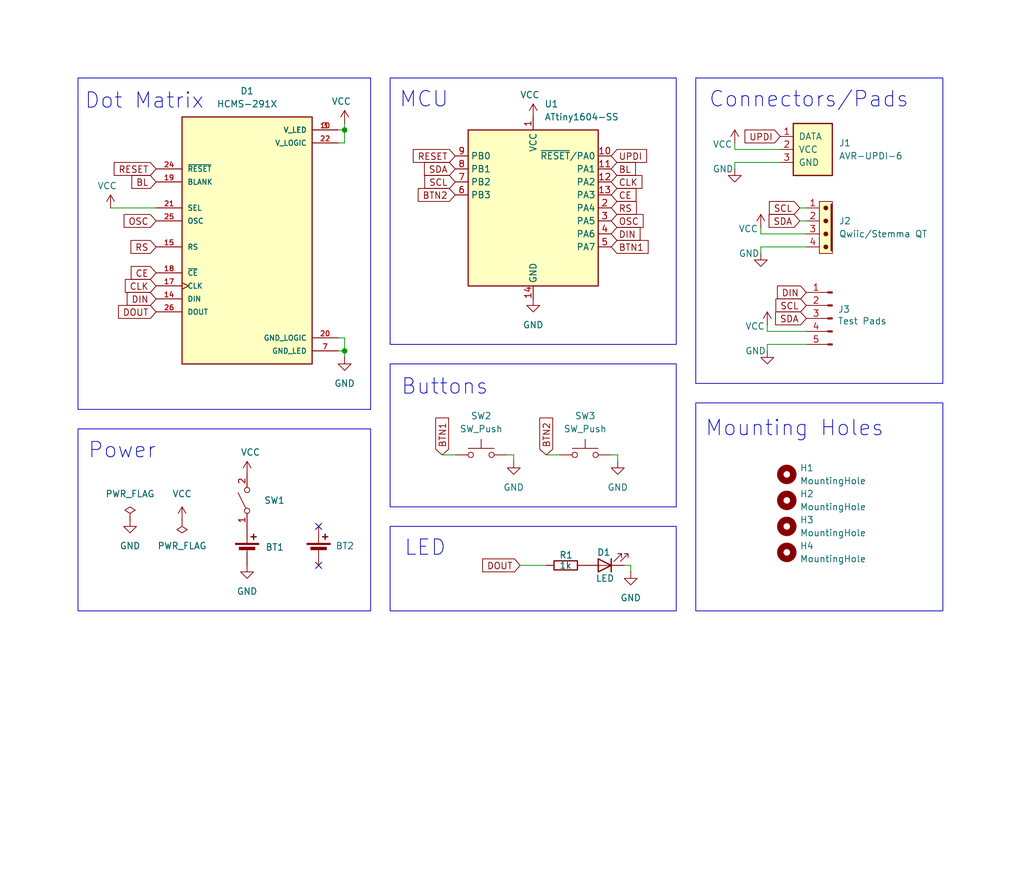
<source format=kicad_sch>
(kicad_sch (version 20231120) (generator "eeschema") (generator_version "8.0")
  (paper "User" 200 170)
  (title_block (title "Dot Matrix Badge"))
  (lib_symbols
    (symbol "Connector:Conn_01x05_Pin" (pin_names (offset 1.016) hide)
      (property "Reference" "J" (at 0 7.62 0))
      (property "Value" "Conn_01x05_Pin" (at 0 -7.62 0))
      (symbol "Conn_01x05_Pin_1_1"
        (polyline (pts (xy 1.27 -5.08) (xy 0.8636 -5.08)) (stroke (width 0.1524)))
        (polyline (pts (xy 1.27 -2.54) (xy 0.8636 -2.54)) (stroke (width 0.1524)))
        (polyline (pts (xy 1.27 0) (xy 0.8636 0)) (stroke (width 0.1524)))
        (polyline (pts (xy 1.27 2.54) (xy 0.8636 2.54)) (stroke (width 0.1524)))
        (polyline (pts (xy 1.27 5.08) (xy 0.8636 5.08)) (stroke (width 0.1524)))
        (rectangle (start 0.8636 -4.953) (end 0 -5.207) (stroke (width 0.1524)) (fill (type outline)))
        (rectangle (start 0.8636 -2.413) (end 0 -2.667) (stroke (width 0.1524)) (fill (type outline)))
        (rectangle (start 0.8636 0.127) (end 0 -0.127) (stroke (width 0.1524)) (fill (type outline)))
        (rectangle (start 0.8636 2.667) (end 0 2.413) (stroke (width 0.1524)) (fill (type outline)))
        (rectangle (start 0.8636 5.207) (end 0 4.953) (stroke (width 0.1524)) (fill (type outline)))
        (pin passive line (at 5.08 5.08 180) (length 3.81) (name "Pin_1") (number "1"))
        (pin passive line (at 5.08 2.54 180) (length 3.81) (name "Pin_2") (number "2"))
        (pin passive line (at 5.08 0 180) (length 3.81) (name "Pin_3") (number "3"))
        (pin passive line (at 5.08 -2.54 180) (length 3.81) (name "Pin_4") (number "4"))
        (pin passive line (at 5.08 -5.08 180) (length 3.81) (name "Pin_5") (number "5"))
      )
    )
    (symbol "Device:Battery_Cell" (pin_numbers hide) (pin_names (offset 0) hide)
      (property "Reference" "BT" (at 2.54 2.54 0))
      (property "Value" "Battery_Cell" (at 2.54 0 0))
      (symbol "Battery_Cell_0_1"
        (rectangle (start -2.286 1.778) (end 2.286 1.524) (fill (type outline)))
        (rectangle (start -1.524 1.016) (end 1.524 0.508) (fill (type outline)))
        (polyline (pts (xy 0 0.762) (xy 0 0)))
        (polyline (pts (xy 0 1.778) (xy 0 2.54)))
        (polyline (pts (xy 0.762 3.048) (xy 1.778 3.048)) (stroke (width 0.254)))
        (polyline (pts (xy 1.27 3.556) (xy 1.27 2.54)) (stroke (width 0.254)))
      )
      (symbol "Battery_Cell_1_1"
        (pin passive line (at 0 5.08 270) (length 2.54) (name "+") (number "1"))
        (pin passive line (at 0 -2.54 90) (length 2.54) (name "-") (number "2"))
      )
    )
    (symbol "Device:LED" (pin_numbers hide) (pin_names (offset 1.016) hide)
      (property "Reference" "D" (at 0 2.54 0))
      (property "Value" "LED" (at 0 -2.54 0))
      (symbol "LED_0_1"
        (polyline (pts (xy -1.27 -1.27) (xy -1.27 1.27)) (stroke (width 0.254)))
        (polyline (pts (xy -1.27 0) (xy 1.27 0)))
        (polyline (pts (xy 1.27 -1.27) (xy 1.27 1.27) (xy -1.27 0) (xy 1.27 -1.27)) (stroke (width 0.254)))
        (polyline (pts (xy -3.048 -0.762) (xy -4.572 -2.286) (xy -3.81 -2.286) (xy -4.572 -2.286) (xy -4.572 -1.524)))
        (polyline (pts (xy -1.778 -0.762) (xy -3.302 -2.286) (xy -2.54 -2.286) (xy -3.302 -2.286) (xy -3.302 -1.524)))
      )
      (symbol "LED_1_1"
        (pin passive line (at -3.81 0 0) (length 2.54) (name "K") (number "1"))
        (pin passive line (at 3.81 0 180) (length 2.54) (name "A") (number "2"))
      )
    )
    (symbol "DotMatrixBadge:AVR-UPDI-3" (pin_names (offset 1.016))
      (property "Reference" "J" (at 4.572 -3.302 0))
      (property "Value" "AVR-UPDI-3" (at -6.35 6.35 0))
      (symbol "AVR-UPDI-3_0_1"
        (rectangle (start -3.81 5.08) (end 3.81 -5.08) (stroke (width 0.254)) (fill (type background)))
      )
      (symbol "AVR-UPDI-3_1_1"
        (pin passive line (at -6.35 2.54 0) (length 2.54) (name "DATA") (number "1"))
        (pin passive line (at -6.35 0 0) (length 2.54) (name "VCC") (number "2"))
        (pin passive line (at -6.35 -2.54 0) (length 2.54) (name "GND") (number "3"))
      )
    )
    (symbol "DotMatrixBadge:HCMS-291X" (pin_names (offset 1.016))
      (property "Reference" "D" (at -12.7 24.13 0))
      (property "Value" "HCMS-291X" (at -12.7 -26.67 0))
      (symbol "HCMS-291X_0_0"
        (rectangle (start -12.7 -25.4) (end 12.7 22.86) (stroke (width 0.254)) (fill (type background)))
        (pin power_in line (at 17.78 20.32 180) (length 5.08) (name "V_LED") (number "10"))
        (pin input line (at -17.78 -12.7 0) (length 5.08) (name "DIN") (number "14"))
        (pin input line (at -17.78 -2.54 0) (length 5.08) (name "RS") (number "15"))
        (pin input clock (at -17.78 -10.16 0) (length 5.08) (name "CLK") (number "17"))
        (pin input line (at -17.78 -7.62 0) (length 5.08) (name "~{CE}") (number "18"))
        (pin input line (at -17.78 10.16 0) (length 5.08) (name "BLANK") (number "19"))
        (pin power_in line (at 17.78 -20.32 180) (length 5.08) (name "GND_LOGIC") (number "20"))
        (pin input line (at -17.78 5.08 0) (length 5.08) (name "SEL") (number "21"))
        (pin power_in line (at 17.78 17.78 180) (length 5.08) (name "V_LOGIC") (number "22"))
        (pin input line (at -17.78 12.7 0) (length 5.08) (name "~{RESET}") (number "24"))
        (pin input line (at -17.78 2.54 0) (length 5.08) (name "OSC") (number "25"))
        (pin output line (at -17.78 -15.24 0) (length 5.08) (name "DOUT") (number "26"))
        (pin power_in line (at 17.78 20.32 180) (length 5.08) (name "V_LED") (number "3"))
        (pin power_in line (at 17.78 -22.86 180) (length 5.08) (name "GND_LED") (number "7"))
      )
    )
    (symbol "MCU_Microchip_ATtiny:ATtiny1604-SS"
      (property "Reference" "U" (at -12.7 16.51 0))
      (property "Value" "ATtiny1604-SS" (at 2.54 -16.51 0))
      (symbol "ATtiny1604-SS_0_1"
        (rectangle (start -12.7 -15.24) (end 12.7 15.24) (stroke (width 0.254)) (fill (type background)))
      )
      (symbol "ATtiny1604-SS_1_1"
        (pin power_in line (at 0 17.78 270) (length 2.54) (name "VCC") (number "1"))
        (pin bidirectional line (at 15.24 10.16 180) (length 2.54) (name "~{RESET}/PA0") (number "10"))
        (pin bidirectional line (at 15.24 7.62 180) (length 2.54) (name "PA1") (number "11"))
        (pin bidirectional line (at 15.24 5.08 180) (length 2.54) (name "PA2") (number "12"))
        (pin bidirectional line (at 15.24 2.54 180) (length 2.54) (name "PA3") (number "13"))
        (pin power_in line (at 0 -17.78 90) (length 2.54) (name "GND") (number "14"))
        (pin bidirectional line (at 15.24 0 180) (length 2.54) (name "PA4") (number "2"))
        (pin bidirectional line (at 15.24 -2.54 180) (length 2.54) (name "PA5") (number "3"))
        (pin bidirectional line (at 15.24 -5.08 180) (length 2.54) (name "PA6") (number "4"))
        (pin bidirectional line (at 15.24 -7.62 180) (length 2.54) (name "PA7") (number "5"))
        (pin bidirectional line (at -15.24 2.54 0) (length 2.54) (name "PB3") (number "6"))
        (pin bidirectional line (at -15.24 5.08 0) (length 2.54) (name "PB2") (number "7"))
        (pin bidirectional line (at -15.24 7.62 0) (length 2.54) (name "PB1") (number "8"))
        (pin bidirectional line (at -15.24 10.16 0) (length 2.54) (name "PB0") (number "9"))
      )
    )
    (symbol "Mechanical:MountingHole" (pin_names (offset 1.016)) (exclude_from_sim yes) (in_bom no)
      (property "Reference" "H" (at 0 5.08 0))
      (property "Value" "MountingHole" (at 0 3.175 0))
      (symbol "MountingHole_0_1"
        (circle (center 0 0) (radius 1.27) (stroke (width 1.27)))
      )
    )
    (symbol "PCM_SL_Connectors:JST_04"
      (property "Reference" "J2" (at 2.54 1.5241 0))
      (property "Value" "JST_04" (at 2.54 -1.0159 0))
      (symbol "JST_04_0_1"
        (rectangle (start -1.27 5.08) (end 1.27 -5.08) (fill (type background)))
        (circle (center 0 -3.81) (radius 0.381) (fill (type outline)))
        (circle (center 0 -1.27) (radius 0.381) (fill (type outline)))
        (circle (center 0 1.27) (radius 0.381) (fill (type outline)))
        (circle (center 0 3.81) (radius 0.381) (fill (type outline)))
        (rectangle (start 1.016 4.572) (end 1.27 -4.572) (fill (type outline)))
      )
      (symbol "JST_04_1_1"
        (pin passive line (at -3.81 3.81 0) (length 2.54) (name "") (number "1"))
        (pin passive line (at -3.81 1.27 0) (length 2.54) (name "") (number "2"))
        (pin passive line (at -3.81 -1.27 0) (length 2.54) (name "") (number "3"))
        (pin passive line (at -3.81 -3.81 0) (length 2.54) (name "") (number "4"))
      )
    )
    (symbol "PCM_SL_Resistors:Resistor"
      (property "Reference" "R" (at 0 5.08 0))
      (property "Value" "Resistor" (at 0 2.54 0))
      (symbol "Resistor_0_1"
        (rectangle (start -2.286 0.889) (end 2.286 -0.889) (stroke (width 0.24)))
      )
      (symbol "Resistor_1_1"
        (pin passive line (at -3.81 0 0) (length 1.5) (name "") (number "1"))
        (pin passive line (at 3.81 0 180) (length 1.5) (name "~") (number "2"))
      )
    )
    (symbol "Switch:SW_Push" (pin_numbers hide) (pin_names (offset 1.016) hide)
      (property "Reference" "SW" (at 1.27 2.54 0))
      (property "Value" "SW_Push" (at 0 -1.524 0))
      (symbol "SW_Push_0_1"
        (circle (center -2.032 0) (radius 0.508))
        (polyline (pts (xy 0 1.27) (xy 0 3.048)))
        (polyline (pts (xy 2.54 1.27) (xy -2.54 1.27)))
        (circle (center 2.032 0) (radius 0.508))
        (pin passive line (at -5.08 0 0) (length 2.54) (name "1") (number "1"))
        (pin passive line (at 5.08 0 180) (length 2.54) (name "2") (number "2"))
      )
    )
    (symbol "Switch:SW_SPST" (pin_names (offset 0) hide)
      (property "Reference" "SW" (at 0 3.175 0))
      (property "Value" "SW_SPST" (at 0 -2.54 0))
      (symbol "SW_SPST_0_0"
        (circle (center -2.032 0) (radius 0.508))
        (polyline (pts (xy -1.524 0.254) (xy 1.524 1.778)))
        (circle (center 2.032 0) (radius 0.508))
      )
      (symbol "SW_SPST_1_1"
        (pin passive line (at -5.08 0 0) (length 2.54) (name "A") (number "1"))
        (pin passive line (at 5.08 0 180) (length 2.54) (name "B") (number "2"))
      )
    )
    (symbol "power:+3V3" (power) (pin_numbers hide) (pin_names (offset 0) hide)
      (property "Value" "+3V3" (at 0 3.556 0))
      (symbol "+3V3_0_1"
        (polyline (pts (xy -0.762 1.27) (xy 0 2.54)))
        (polyline (pts (xy 0 0) (xy 0 2.54)))
        (polyline (pts (xy 0 2.54) (xy 0.762 1.27)))
      )
      (symbol "+3V3_1_1"
        (pin power_in line (at 0 0 90) (length 0) (name "~") (number "1"))
      )
    )
    (symbol "power:GND" (power) (pin_numbers hide) (pin_names (offset 0) hide)
      (property "Value" "GND" (at 0 -3.81 0))
      (symbol "GND_0_1"
        (polyline (pts (xy 0 0) (xy 0 -1.27) (xy 1.27 -1.27) (xy 0 -2.54) (xy -1.27 -1.27) (xy 0 -1.27)))
      )
      (symbol "GND_1_1"
        (pin power_in line (at 0 0 270) (length 0) (name "~") (number "1"))
      )
    )
    (symbol "power:PWR_FLAG" (power) (pin_numbers hide) (pin_names (offset 0) hide)
      (property "Value" "PWR_FLAG" (at 0 3.81 0))
      (symbol "PWR_FLAG_0_0"
        (pin power_out line (at 0 0 90) (length 0) (name "~") (number "1"))
      )
      (symbol "PWR_FLAG_0_1"
        (polyline (pts (xy 0 0) (xy 0 1.27) (xy -1.016 1.905) (xy 0 2.54) (xy 1.016 1.905) (xy 0 1.27)))
      )
    )
  )
  (junction (at 67.31 68.58))
  (junction (at 67.31 25.4))
  (no_connect (at 62.23 102.87))
  (no_connect (at 62.23 110.49))
  (wire (pts (xy 100.33 88.9) (xy 99.06 88.9)))
  (wire (pts (xy 157.48 48.26) (xy 148.59 48.26)))
  (wire (pts (xy 67.31 68.58) (xy 66.04 68.58)))
  (wire (pts (xy 100.33 90.17) (xy 100.33 88.9)))
  (wire (pts (xy 143.51 29.21) (xy 152.4 29.21)))
  (wire (pts (xy 67.31 66.04) (xy 66.04 66.04)))
  (wire (pts (xy 21.59 40.64) (xy 30.48 40.64)))
  (wire (pts (xy 67.31 24.13) (xy 67.31 25.4)))
  (wire (pts (xy 148.59 45.72) (xy 148.59 44.45)))
  (wire (pts (xy 143.51 27.94) (xy 143.51 29.21)))
  (wire (pts (xy 120.65 88.9) (xy 120.65 90.17)))
  (wire (pts (xy 152.4 31.75) (xy 143.51 31.75)))
  (wire (pts (xy 149.86 63.5) (xy 149.86 64.77)))
  (wire (pts (xy 157.48 45.72) (xy 148.59 45.72)))
  (wire (pts (xy 149.86 64.77) (xy 157.48 64.77)))
  (wire (pts (xy 86.36 88.9) (xy 88.9 88.9)))
  (wire (pts (xy 66.04 25.4) (xy 67.31 25.4)))
  (wire (pts (xy 101.6 110.49) (xy 106.68 110.49)))
  (wire (pts (xy 67.31 27.94) (xy 66.04 27.94)))
  (wire (pts (xy 106.68 88.9) (xy 109.22 88.9)))
  (wire (pts (xy 123.19 110.49) (xy 121.92 110.49)))
  (wire (pts (xy 143.51 31.75) (xy 143.51 33.02)))
  (wire (pts (xy 123.19 111.76) (xy 123.19 110.49)))
  (wire (pts (xy 67.31 69.85) (xy 67.31 68.58)))
  (wire (pts (xy 67.31 66.04) (xy 67.31 68.58)))
  (wire (pts (xy 156.21 43.18) (xy 157.48 43.18)))
  (wire (pts (xy 67.31 25.4) (xy 67.31 27.94)))
  (wire (pts (xy 157.48 67.31) (xy 149.86 67.31)))
  (wire (pts (xy 120.65 88.9) (xy 119.38 88.9)))
  (wire (pts (xy 149.86 67.31) (xy 149.86 68.58)))
  (wire (pts (xy 148.59 48.26) (xy 148.59 49.53)))
  (wire (pts (xy 156.21 40.64) (xy 157.48 40.64)))
  (rectangle (start 76.2 71.12) (end 132.08 99.06))
  (rectangle (start 76.2 15.24) (end 132.08 67.31))
  (rectangle (start 135.89 15.24) (end 184.15 74.93))
  (rectangle (start 15.24 83.82) (end 72.39 119.38))
  (rectangle (start 135.89 78.74) (end 184.15 119.38))
  (rectangle (start 15.24 15.24) (end 72.39 80.01))
  (rectangle (start 76.2 102.87) (end 132.08 119.38))
  (text "Mounting Holes" (at 155.194 83.82 0) (effects (font (size 3 3))))
  (text "LED" (at 83.058 107.188 0) (effects (font (size 3 3))))
  (text "MCU" (at 82.804 19.558 0) (effects (font (size 3 3))))
  (text "Buttons" (at 86.868 75.692 0) (effects (font (size 3 3))))
  (text "Dot Matrix\n" (at 28.194 19.812 0) (effects (font (size 3 3))))
  (text "Connectors/Pads" (at 157.988 19.558 0) (effects (font (size 3 3))))
  (text "Power" (at 23.876 88.138 0) (effects (font (size 3 3))))
  (global_label "BL" (shape input) (at 30.48 35.56 180) (property "Intersheetrefs" "${INTERSHEET_REFS}" (effects (hide yes))))
  (global_label "CLK" (shape input) (at 30.48 55.88 180) (property "Intersheetrefs" "${INTERSHEET_REFS}" (effects (hide yes))))
  (global_label "SDA" (shape input) (at 156.21 43.18 180) (property "Intersheetrefs" "${INTERSHEET_REFS}" (effects (hide yes))))
  (global_label "DIN" (shape input) (at 119.38 45.72 0) (property "Intersheetrefs" "${INTERSHEET_REFS}" (effects (hide yes))))
  (global_label "DIN" (shape input) (at 30.48 58.42 180) (property "Intersheetrefs" "${INTERSHEET_REFS}" (effects (hide yes))))
  (global_label "CE" (shape input) (at 30.48 53.34 180) (property "Intersheetrefs" "${INTERSHEET_REFS}" (effects (hide yes))))
  (global_label "DIN" (shape input) (at 157.48 57.15 180) (property "Intersheetrefs" "${INTERSHEET_REFS}" (effects (hide yes))))
  (global_label "SCL" (shape input) (at 88.9 35.56 180) (property "Intersheetrefs" "${INTERSHEET_REFS}" (effects (hide yes))))
  (global_label "OSC" (shape input) (at 30.48 43.18 180) (property "Intersheetrefs" "${INTERSHEET_REFS}" (effects (hide yes))))
  (global_label "RESET" (shape input) (at 88.9 30.48 180) (property "Intersheetrefs" "${INTERSHEET_REFS}" (effects (hide yes))))
  (global_label "RESET" (shape input) (at 30.48 33.02 180) (property "Intersheetrefs" "${INTERSHEET_REFS}" (effects (hide yes))))
  (global_label "BTN2" (shape input) (at 88.9 38.1 180) (property "Intersheetrefs" "${INTERSHEET_REFS}" (effects (hide yes))))
  (global_label "RS" (shape input) (at 30.48 48.26 180) (property "Intersheetrefs" "${INTERSHEET_REFS}" (effects (hide yes))))
  (global_label "BTN2" (shape input) (at 106.68 88.9 90) (property "Intersheetrefs" "${INTERSHEET_REFS}" (effects (hide yes))))
  (global_label "UPDI" (shape input) (at 119.38 30.48 0) (property "Intersheetrefs" "${INTERSHEET_REFS}" (effects (hide yes))))
  (global_label "DOUT" (shape input) (at 101.6 110.49 180) (property "Intersheetrefs" "${INTERSHEET_REFS}" (effects (hide yes))))
  (global_label "BTN1" (shape input) (at 86.36 88.9 90) (property "Intersheetrefs" "${INTERSHEET_REFS}" (effects (hide yes))))
  (global_label "CLK" (shape input) (at 119.38 35.56 0) (property "Intersheetrefs" "${INTERSHEET_REFS}" (effects (hide yes))))
  (global_label "OSC" (shape input) (at 119.38 43.18 0) (property "Intersheetrefs" "${INTERSHEET_REFS}" (effects (hide yes))))
  (global_label "RS" (shape input) (at 119.38 40.64 0) (property "Intersheetrefs" "${INTERSHEET_REFS}" (effects (hide yes))))
  (global_label "BTN1" (shape input) (at 119.38 48.26 0) (property "Intersheetrefs" "${INTERSHEET_REFS}" (effects (hide yes))))
  (global_label "CE" (shape input) (at 119.38 38.1 0) (property "Intersheetrefs" "${INTERSHEET_REFS}" (effects (hide yes))))
  (global_label "BL" (shape input) (at 119.38 33.02 0) (property "Intersheetrefs" "${INTERSHEET_REFS}" (effects (hide yes))))
  (global_label "SCL" (shape input) (at 156.21 40.64 180) (property "Intersheetrefs" "${INTERSHEET_REFS}" (effects (hide yes))))
  (global_label "SCL" (shape input) (at 157.48 59.69 180) (property "Intersheetrefs" "${INTERSHEET_REFS}" (effects (hide yes))))
  (global_label "DOUT" (shape input) (at 30.48 60.96 180) (property "Intersheetrefs" "${INTERSHEET_REFS}" (effects (hide yes))))
  (global_label "SDA" (shape input) (at 88.9 33.02 180) (property "Intersheetrefs" "${INTERSHEET_REFS}" (effects (hide yes))))
  (global_label "UPDI" (shape input) (at 152.4 26.67 180) (property "Intersheetrefs" "${INTERSHEET_REFS}" (effects (hide yes))))
  (global_label "SDA" (shape input) (at 157.48 62.23 180) (property "Intersheetrefs" "${INTERSHEET_REFS}" (effects (hide yes))))
  (symbol (lib_id "Mechanical:MountingHole") (at 153.67 92.71 0) (unit 1) (exclude_from_sim yes) (in_bom no)
    (property "Reference" "H1" (at 156.21 91.4399 0) (effects (justify left)))
    (property "Value" "MountingHole" (at 156.21 93.9799 0) (effects (justify left)))
    (property "Footprint" "DotMatrixBadge:MountingHole_Custom" (effects (hide yes)))
    (property "Description" "Mounting Hole without connection" (effects (hide yes)))
  )
  (symbol (lib_id "Device:LED") (at 118.11 110.49 180) (unit 1)
    (property "Reference" "D1" (at 116.586 107.95 0) (effects (justify right)))
    (property "Value" "LED" (at 116.332 113.03 0) (effects (justify right)))
    (property "Footprint" "LED_SMD:LED_0603_1608Metric" (effects (hide yes)))
    (property "Description" "Light emitting diode" (effects (hide yes)))
  )
  (symbol (lib_id "power:GND") (at 67.31 69.85 0) (unit 1)
    (property "Reference" "#PWR03" (effects (hide yes)))
    (property "Value" "GND" (at 67.31 74.93 0))
    (property "Description" "Power symbol creates a global label with name \"GND\" , ground" (effects (hide yes)))
  )
  (symbol (lib_id "PCM_SL_Connectors:JST_04") (at 161.29 44.45 0) (unit 1)
    (property "Reference" "J2" (at 163.83 43.1799 0) (effects (justify left)))
    (property "Value" "Qwiic/Stemma QT" (at 163.83 45.7199 0) (effects (justify left)))
    (property "Footprint" "Connector_JST:JST_SH_BM04B-SRSS-TB_1x04-1MP_P1.00mm_Vertical" (effects (hide yes)))
    (property "Description" "JST Connector  4 pins " (effects (hide yes)))
  )
  (symbol (lib_id "Switch:SW_SPST") (at 48.26 97.79 90) (unit 1)
    (property "Reference" "SW1" (at 51.562 97.79 90) (effects (justify right)))
    (property "Value" "SW_SPST" (effects (hide yes)))
    (property "Footprint" "Button_Switch_SMD:SW_SPDT_PCM12" (effects (hide yes)))
    (property "Description" "Single Pole Single Throw (SPST) switch" (effects (hide yes)))
  )
  (symbol (lib_id "power:+3V3") (at 143.51 27.94 0) (unit 1)
    (property "Reference" "#PWR01" (effects (hide yes)))
    (property "Value" "VCC" (at 139.192 28.194 0) (effects (justify left)))
    (property "Description" "Power symbol creates a global label with name \"+3V3\"" (effects (hide yes)))
  )
  (symbol (lib_id "power:+3V3") (at 104.14 22.86 0) (mirror y) (unit 1)
    (property "Reference" "#PWR06" (effects (hide yes)))
    (property "Value" "VCC" (at 105.41 18.542 0) (effects (justify left)))
    (property "Description" "Power symbol creates a global label with name \"+3V3\"" (effects (hide yes)))
  )
  (symbol (lib_id "power:GND") (at 149.86 68.58 0) (mirror y) (unit 1)
    (property "Reference" "#PWR015" (effects (hide yes)))
    (property "Value" "GND" (at 147.574 68.58 0))
    (property "Description" "Power symbol creates a global label with name \"GND\" , ground" (effects (hide yes)))
  )
  (symbol (lib_id "Connector:Conn_01x05_Pin") (at 162.56 62.23 0) (mirror y) (unit 1)
    (property "Reference" "J3" (at 164.846 60.452 0))
    (property "Value" "Test Pads" (at 168.402 62.738 0))
    (property "Description" "Generic connector, single row, 01x05, script generated" (effects (hide yes)))
  )
  (symbol (lib_id "Mechanical:MountingHole") (at 153.67 107.95 0) (unit 1) (exclude_from_sim yes) (in_bom no)
    (property "Reference" "H4" (at 156.21 106.6799 0) (effects (justify left)))
    (property "Value" "MountingHole" (at 156.21 109.2199 0) (effects (justify left)))
    (property "Footprint" "DotMatrixBadge:MountingHole_Custom" (effects (hide yes)))
    (property "Description" "Mounting Hole without connection" (effects (hide yes)))
  )
  (symbol (lib_id "DotMatrixBadge:AVR-UPDI-3") (at 158.75 29.21 0) (unit 1)
    (property "Reference" "J1" (at 163.83 27.9399 0) (effects (justify left)))
    (property "Value" "AVR-UPDI-6" (at 163.83 30.4799 0) (effects (justify left)))
    (property "Footprint" "DotMatrixBadge:UPDI_Pads" (effects (hide yes)))
    (property "Datasheet" "https://www.microchip.com/webdoc/GUID-9D10622A-5C16-4405-B092-1BDD437B4976/index.html?GUID-9B349315-2842-4189-B88C-49F4E1055D7F" (effects (hide yes)))
    (property "Description" "Atmel 3-pin UPDI connector" (effects (hide yes)))
  )
  (symbol (lib_id "DotMatrixBadge:HCMS-291X") (at 48.26 45.72 0) (unit 1)
    (property "Reference" "D1" (at 48.26 17.78 0))
    (property "Value" "HCMS-291X" (at 48.26 20.32 0))
    (property "Footprint" "DotMatrixBadge:HCMS-291X" (effects (hide yes)))
    (property "MF" "Broadcom Limited" (effects (hide yes)))
    (property "MAXIMUM_PACKAGE_HEIGHT" "5.08mm" (effects (hide yes)))
    (property "Package" "None" (effects (hide yes)))
    (property "Price" "None" (effects (hide yes)))
    (property "Check_prices" "https://www.snapeda.com/parts/HCMS-2915/Broadcom/view-part/?ref=eda" (effects (hide yes)))
    (property "STANDARD" "Manufacturer Recommendations" (effects (hide yes)))
    (property "PARTREV" "N/A" (effects (hide yes)))
    (property "SnapEDA_Link" "https://www.snapeda.com/parts/HCMS-2915/Broadcom/view-part/?ref=snap" (effects (hide yes)))
    (property "MP" "HCMS-2915" (effects (hide yes)))
    (property "Description_1" "\n                        \n                            Dot Matrix Display Module 5 x 7 - Red - Serial 1.40 L x 0.40 W x 0.20 H (35.56mm x 10.16mm x 5.08mm)\n                        \n" (effects (hide yes)))
    (property "Availability" "In Stock" (effects (hide yes)))
    (property "MANUFACTURER" "AVAGO" (effects (hide yes)))
  )
  (symbol (lib_id "PCM_SL_Resistors:Resistor") (at 110.49 110.49 180) (unit 1)
    (property "Reference" "R1" (at 109.22 108.458 0) (effects (justify right)))
    (property "Value" "1k" (at 109.22 110.49 0) (effects (justify right)))
    (property "Footprint" "Resistor_SMD:R_0603_1608Metric" (effects (hide yes)))
    (property "Description" "1/4W Resistor" (effects (hide yes)))
  )
  (symbol (lib_id "power:GND") (at 143.51 33.02 0) (unit 1)
    (property "Reference" "#PWR04" (effects (hide yes)))
    (property "Value" "GND" (at 141.224 33.02 0))
    (property "Description" "Power symbol creates a global label with name \"GND\" , ground" (effects (hide yes)))
  )
  (symbol (lib_id "Device:Battery_Cell") (at 48.26 107.95 0) (unit 1)
    (property "Reference" "BT1" (at 51.816 106.934 0) (effects (justify left)))
    (property "Value" "Battery_Cell" (effects (hide yes)))
    (property "Footprint" "Battery:BatteryHolder_Keystone_3034_1x20mm" (effects (hide yes)))
    (property "Description" "Single-cell battery" (effects (hide yes)))
  )
  (symbol (lib_id "Switch:SW_Push") (at 114.3 88.9 0) (unit 1)
    (property "Reference" "SW3" (at 114.3 81.28 0))
    (property "Value" "SW_Push" (at 114.3 83.82 0))
    (property "Footprint" "DotMatrixBadge:SW_SPST_PTS526_JLeads" (effects (hide yes)))
    (property "Description" "Push button switch, generic, two pins" (effects (hide yes)))
  )
  (symbol (lib_id "power:+3V3") (at 67.31 24.13 0) (mirror y) (unit 1)
    (property "Reference" "#PWR02" (effects (hide yes)))
    (property "Value" "VCC" (at 68.58 19.812 0) (effects (justify left)))
    (property "Description" "Power symbol creates a global label with name \"+3V3\"" (effects (hide yes)))
  )
  (symbol (lib_id "power:+3V3") (at 35.56 101.6 0) (unit 1)
    (property "Reference" "#PWR011" (effects (hide yes)))
    (property "Value" "VCC" (at 35.56 96.52 0))
    (property "Description" "Power symbol creates a global label with name \"+3V3\"" (effects (hide yes)))
  )
  (symbol (lib_id "power:GND") (at 123.19 111.76 0) (mirror y) (unit 1)
    (property "Reference" "#PWR09" (effects (hide yes)))
    (property "Value" "GND" (at 123.19 116.84 0))
    (property "Description" "Power symbol creates a global label with name \"GND\" , ground" (effects (hide yes)))
  )
  (symbol (lib_id "Device:Battery_Cell") (at 62.23 107.95 0) (unit 1)
    (property "Reference" "BT2" (at 65.532 106.68 0) (effects (justify left)))
    (property "Value" "Battery_Cell" (effects (hide yes)))
    (property "Footprint" "DotMatrixBadge:SpareBatteryHolder_Keystone_3034_1x20mm" (effects (hide yes)))
    (property "Description" "Single-cell battery" (effects (hide yes)))
  )
  (symbol (lib_id "power:GND") (at 100.33 90.17 0) (unit 1)
    (property "Reference" "#PWR014" (effects (hide yes)))
    (property "Value" "GND" (at 100.33 95.25 0))
    (property "Description" "Power symbol creates a global label with name \"GND\" , ground" (effects (hide yes)))
  )
  (symbol (lib_id "power:GND") (at 120.65 90.17 0) (unit 1)
    (property "Reference" "#PWR013" (effects (hide yes)))
    (property "Value" "GND" (at 120.65 95.25 0))
    (property "Description" "Power symbol creates a global label with name \"GND\" , ground" (effects (hide yes)))
  )
  (symbol (lib_id "Mechanical:MountingHole") (at 153.67 102.87 0) (unit 1) (exclude_from_sim yes) (in_bom no)
    (property "Reference" "H3" (at 156.21 101.5999 0) (effects (justify left)))
    (property "Value" "MountingHole" (at 156.21 104.1399 0) (effects (justify left)))
    (property "Footprint" "DotMatrixBadge:MountingHole_Custom" (effects (hide yes)))
    (property "Description" "Mounting Hole without connection" (effects (hide yes)))
  )
  (symbol (lib_id "power:+3V3") (at 149.86 63.5 0) (unit 1)
    (property "Reference" "#PWR018" (effects (hide yes)))
    (property "Value" "VCC" (at 145.542 63.754 0) (effects (justify left)))
    (property "Description" "Power symbol creates a global label with name \"+3V3\"" (effects (hide yes)))
  )
  (symbol (lib_id "Mechanical:MountingHole") (at 153.67 97.79 0) (unit 1) (exclude_from_sim yes) (in_bom no)
    (property "Reference" "H2" (at 156.21 96.5199 0) (effects (justify left)))
    (property "Value" "MountingHole" (at 156.21 99.0599 0) (effects (justify left)))
    (property "Footprint" "DotMatrixBadge:MountingHole_Custom" (effects (hide yes)))
    (property "Description" "Mounting Hole without connection" (effects (hide yes)))
  )
  (symbol (lib_id "power:+3V3") (at 48.26 92.71 0) (unit 1)
    (property "Reference" "#PWR08" (effects (hide yes)))
    (property "Value" "VCC" (at 46.99 88.392 0) (effects (justify left)))
    (property "Description" "Power symbol creates a global label with name \"+3V3\"" (effects (hide yes)))
  )
  (symbol (lib_id "power:PWR_FLAG") (at 35.56 101.6 180) (unit 1)
    (property "Reference" "#FLG02" (effects (hide yes)))
    (property "Value" "PWR_FLAG" (at 35.56 106.68 0))
    (property "Description" "Special symbol for telling ERC where power comes from" (effects (hide yes)))
  )
  (symbol (lib_id "power:GND") (at 104.14 58.42 0) (unit 1)
    (property "Reference" "#PWR05" (effects (hide yes)))
    (property "Value" "GND" (at 104.14 63.5 0))
    (property "Description" "Power symbol creates a global label with name \"GND\" , ground" (effects (hide yes)))
  )
  (symbol (lib_id "power:GND") (at 148.59 49.53 0) (unit 1)
    (property "Reference" "#PWR017" (effects (hide yes)))
    (property "Value" "GND" (at 146.304 49.53 0))
    (property "Description" "Power symbol creates a global label with name \"GND\" , ground" (effects (hide yes)))
  )
  (symbol (lib_id "MCU_Microchip_ATtiny:ATtiny1604-SS") (at 104.14 40.64 0) (unit 1)
    (property "Reference" "U1" (at 106.3341 20.32 0) (effects (justify left)))
    (property "Value" "ATtiny1604-SS" (at 106.3341 22.86 0) (effects (justify left)))
    (property "Footprint" "Package_SO:SOIC-14_3.9x8.7mm_P1.27mm" (effects (hide yes)))
    (property "Datasheet" "http://ww1.microchip.com/downloads/en/DeviceDoc/ATtiny804_1604-Data-Sheet-40002028A.pdf" (effects (hide yes)))
    (property "Description" "20MHz, 16kB Flash, 1kB SRAM, 256B EEPROM, SOIC-14" (effects (hide yes)))
  )
  (symbol (lib_id "power:GND") (at 48.26 110.49 0) (unit 1)
    (property "Reference" "#PWR07" (effects (hide yes)))
    (property "Value" "GND" (at 48.26 115.57 0))
    (property "Description" "Power symbol creates a global label with name \"GND\" , ground" (effects (hide yes)))
  )
  (symbol (lib_id "power:+3V3") (at 148.59 44.45 0) (mirror y) (unit 1)
    (property "Reference" "#PWR016" (effects (hide yes)))
    (property "Value" "VCC" (at 148.082 44.704 0) (effects (justify left)))
    (property "Description" "Power symbol creates a global label with name \"+3V3\"" (effects (hide yes)))
  )
  (symbol (lib_id "Switch:SW_Push") (at 93.98 88.9 0) (unit 1)
    (property "Reference" "SW2" (at 93.98 81.28 0))
    (property "Value" "SW_Push" (at 93.98 83.82 0))
    (property "Footprint" "DotMatrixBadge:SW_SPST_PTS526_JLeads" (effects (hide yes)))
    (property "Description" "Push button switch, generic, two pins" (effects (hide yes)))
  )
  (symbol (lib_id "power:+3V3") (at 21.59 40.64 0) (mirror y) (unit 1)
    (property "Reference" "#PWR010" (effects (hide yes)))
    (property "Value" "VCC" (at 22.86 36.322 0) (effects (justify left)))
    (property "Description" "Power symbol creates a global label with name \"+3V3\"" (effects (hide yes)))
  )
  (symbol (lib_id "power:PWR_FLAG") (at 25.4 101.6 0) (unit 1)
    (property "Reference" "#FLG01" (effects (hide yes)))
    (property "Value" "PWR_FLAG" (at 25.4 96.52 0))
    (property "Description" "Special symbol for telling ERC where power comes from" (effects (hide yes)))
  )
  (symbol (lib_id "power:GND") (at 25.4 101.6 0) (unit 1)
    (property "Reference" "#PWR012" (effects (hide yes)))
    (property "Value" "GND" (at 25.4 106.68 0))
    (property "Description" "Power symbol creates a global label with name \"GND\" , ground" (effects (hide yes)))
  )
)
</source>
